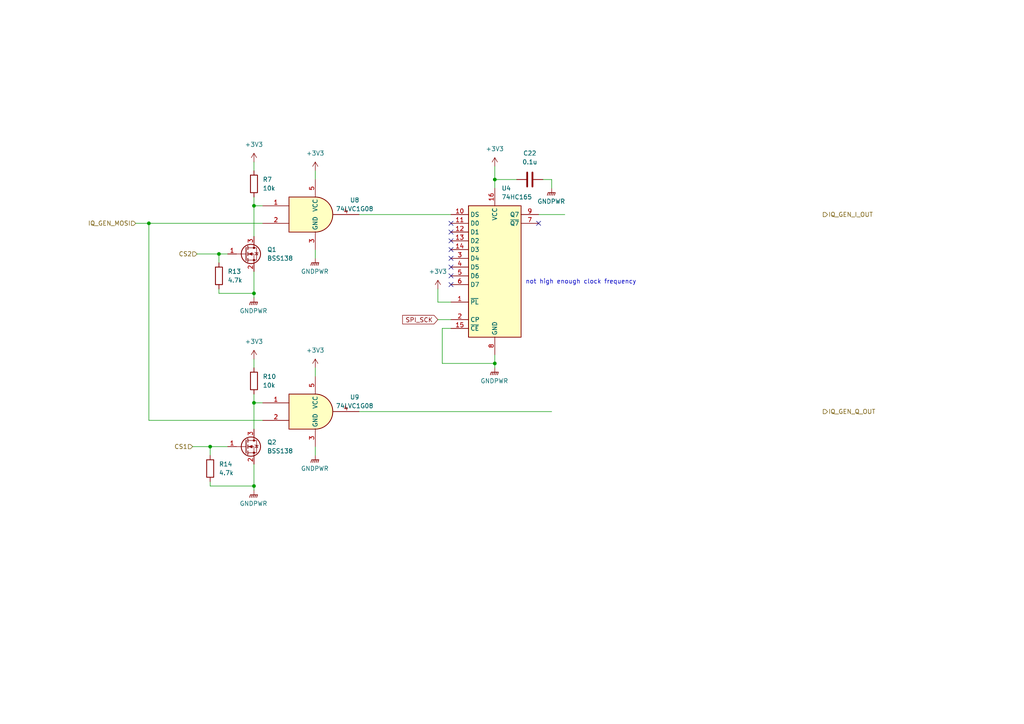
<source format=kicad_sch>
(kicad_sch (version 20230121) (generator eeschema)
  (paper "A4")
  (lib_symbols
    (symbol "74xGxx:74LVC1G08"
      (property "Reference" "U" (at -5.08 7.62 0))
      (property "Value" "74LVC1G08" (at 7.62 -7.62 0))
      (symbol "74LVC1G08_0_1"
        (arc (start 0 -5.08) (mid 5.0579 0) (end 0 5.08) (stroke (width 0.254)) (fill (type background)))
        (polyline (pts (xy 0 -5.08) (xy -7.62 -5.08) (xy -7.62 5.08) (xy 0 5.08)) (stroke (width 0.254)) (fill (type background)))
      )
      (symbol "74LVC1G08_1_1"
        (pin input line (at -15.24 2.54 0) (length 7.62) (name "~") (number "1"))
        (pin input line (at -15.24 -2.54 0) (length 7.62) (name "~") (number "2"))
        (pin power_in line (at 0 -10.16 90) (length 5.08) (name "GND") (number "3"))
        (pin output line (at 12.7 0 180) (length 7.62) (name "~") (number "4"))
        (pin power_in line (at 0 10.16 270) (length 5.08) (name "VCC") (number "5"))
      )
    )
    (symbol "74xx:74HC165"
      (property "Reference" "U" (at -7.62 19.05 0))
      (property "Value" "74HC165" (at -7.62 -21.59 0))
      (symbol "74HC165_1_0"
        (pin input line (at -12.7 -10.16 0) (length 5.08) (name "~{PL}") (number "1"))
        (pin input line (at -12.7 15.24 0) (length 5.08) (name "DS") (number "10"))
        (pin input line (at -12.7 12.7 0) (length 5.08) (name "D0") (number "11"))
        (pin input line (at -12.7 10.16 0) (length 5.08) (name "D1") (number "12"))
        (pin input line (at -12.7 7.62 0) (length 5.08) (name "D2") (number "13"))
        (pin input line (at -12.7 5.08 0) (length 5.08) (name "D3") (number "14"))
        (pin input line (at -12.7 -17.78 0) (length 5.08) (name "~{CE}") (number "15"))
        (pin power_in line (at 0 22.86 270) (length 5.08) (name "VCC") (number "16"))
        (pin input line (at -12.7 -15.24 0) (length 5.08) (name "CP") (number "2"))
        (pin input line (at -12.7 2.54 0) (length 5.08) (name "D4") (number "3"))
        (pin input line (at -12.7 0 0) (length 5.08) (name "D5") (number "4"))
        (pin input line (at -12.7 -2.54 0) (length 5.08) (name "D6") (number "5"))
        (pin input line (at -12.7 -5.08 0) (length 5.08) (name "D7") (number "6"))
        (pin output line (at 12.7 12.7 180) (length 5.08) (name "~{Q7}") (number "7"))
        (pin power_in line (at 0 -25.4 90) (length 5.08) (name "GND") (number "8"))
        (pin output line (at 12.7 15.24 180) (length 5.08) (name "Q7") (number "9"))
      )
      (symbol "74HC165_1_1"
        (rectangle (start -7.62 17.78) (end 7.62 -20.32) (stroke (width 0.254)) (fill (type background)))
      )
    )
    (symbol "Device:C" (pin_numbers hide) (pin_names (offset 0.254))
      (property "Reference" "C" (at 0.635 2.54 0))
      (property "Value" "C" (at 0.635 -2.54 0))
      (symbol "C_0_1"
        (polyline (pts (xy -2.032 -0.762) (xy 2.032 -0.762)) (stroke (width 0.508)))
        (polyline (pts (xy -2.032 0.762) (xy 2.032 0.762)) (stroke (width 0.508)))
      )
      (symbol "C_1_1"
        (pin passive line (at 0 3.81 270) (length 2.794) (name "~") (number "1"))
        (pin passive line (at 0 -3.81 90) (length 2.794) (name "~") (number "2"))
      )
    )
    (symbol "Device:R" (pin_numbers hide) (pin_names (offset 0))
      (property "Reference" "R" (at 2.032 0 90))
      (property "Value" "R" (at 0 0 90))
      (symbol "R_0_1"
        (rectangle (start -1.016 -2.54) (end 1.016 2.54) (stroke (width 0.254)))
      )
      (symbol "R_1_1"
        (pin passive line (at 0 3.81 270) (length 1.27) (name "~") (number "1"))
        (pin passive line (at 0 -3.81 90) (length 1.27) (name "~") (number "2"))
      )
    )
    (symbol "Transistor_FET:BSS138" (pin_names hide)
      (property "Reference" "Q" (at 5.08 1.905 0))
      (property "Value" "BSS138" (at 5.08 0 0))
      (symbol "BSS138_0_1"
        (polyline (pts (xy 0.254 0) (xy -2.54 0)))
        (polyline (pts (xy 0.254 1.905) (xy 0.254 -1.905)) (stroke (width 0.254)))
        (polyline (pts (xy 0.762 -1.27) (xy 0.762 -2.286)) (stroke (width 0.254)))
        (polyline (pts (xy 0.762 0.508) (xy 0.762 -0.508)) (stroke (width 0.254)))
        (polyline (pts (xy 0.762 2.286) (xy 0.762 1.27)) (stroke (width 0.254)))
        (polyline (pts (xy 2.54 2.54) (xy 2.54 1.778)))
        (polyline (pts (xy 2.54 -2.54) (xy 2.54 0) (xy 0.762 0)))
        (polyline (pts (xy 0.762 -1.778) (xy 3.302 -1.778) (xy 3.302 1.778) (xy 0.762 1.778)))
        (polyline (pts (xy 1.016 0) (xy 2.032 0.381) (xy 2.032 -0.381) (xy 1.016 0)) (fill (type outline)))
        (polyline (pts (xy 2.794 0.508) (xy 2.921 0.381) (xy 3.683 0.381) (xy 3.81 0.254)))
        (polyline (pts (xy 3.302 0.381) (xy 2.921 -0.254) (xy 3.683 -0.254) (xy 3.302 0.381)))
        (circle (center 1.651 0) (radius 2.794) (stroke (width 0.254)))
        (circle (center 2.54 -1.778) (radius 0.254) (fill (type outline)))
        (circle (center 2.54 1.778) (radius 0.254) (fill (type outline)))
      )
      (symbol "BSS138_1_1"
        (pin input line (at -5.08 0 0) (length 2.54) (name "G") (number "1"))
        (pin passive line (at 2.54 -5.08 90) (length 2.54) (name "S") (number "2"))
        (pin passive line (at 2.54 5.08 270) (length 2.54) (name "D") (number "3"))
      )
    )
    (symbol "power:+3V3" (power) (pin_names (offset 0))
      (property "Value" "+3V3" (at 0 3.556 0))
      (symbol "+3V3_0_1"
        (polyline (pts (xy -0.762 1.27) (xy 0 2.54)))
        (polyline (pts (xy 0 0) (xy 0 2.54)))
        (polyline (pts (xy 0 2.54) (xy 0.762 1.27)))
      )
      (symbol "+3V3_1_1"
        (pin power_in line (at 0 0 90) (length 0) hide (name "+3V3") (number "1"))
      )
    )
    (symbol "power:GNDPWR" (power) (pin_names (offset 0))
      (property "Value" "GNDPWR" (at 0 -3.302 0))
      (symbol "GNDPWR_0_1"
        (polyline (pts (xy 0 -1.27) (xy 0 0)))
        (polyline (pts (xy -1.016 -1.27) (xy -1.27 -2.032) (xy -1.27 -2.032)) (stroke (width 0.2032)))
        (polyline (pts (xy -0.508 -1.27) (xy -0.762 -2.032) (xy -0.762 -2.032)) (stroke (width 0.2032)))
        (polyline (pts (xy 0 -1.27) (xy -0.254 -2.032) (xy -0.254 -2.032)) (stroke (width 0.2032)))
        (polyline (pts (xy 0.508 -1.27) (xy 0.254 -2.032) (xy 0.254 -2.032)) (stroke (width 0.2032)))
        (polyline (pts (xy 1.016 -1.27) (xy -1.016 -1.27) (xy -1.016 -1.27)) (stroke (width 0.2032)))
        (polyline (pts (xy 1.016 -1.27) (xy 0.762 -2.032) (xy 0.762 -2.032) (xy 0.762 -2.032)) (stroke (width 0.2032)))
      )
      (symbol "GNDPWR_1_1"
        (pin power_in line (at 0 0 270) (length 0) hide (name "GNDPWR") (number "1"))
      )
    )
  )
  (junction (at 143.51 52.07))
  (junction (at 43.18 64.77))
  (junction (at 63.5 73.66))
  (junction (at 73.66 85.09))
  (junction (at 73.66 116.84))
  (junction (at 143.51 105.41))
  (junction (at 60.96 129.54))
  (junction (at 73.66 140.97))
  (junction (at 73.66 59.69))
  (no_connect (at 130.81 77.47))
  (no_connect (at 130.81 74.93))
  (no_connect (at 130.81 69.85))
  (no_connect (at 130.81 82.55))
  (no_connect (at 130.81 72.39))
  (no_connect (at 130.81 64.77))
  (no_connect (at 156.21 64.77))
  (no_connect (at 130.81 67.31))
  (no_connect (at 130.81 80.01))
  (wire (pts (xy 76.2 116.84) (xy 73.66 116.84)))
  (wire (pts (xy 160.02 52.07) (xy 157.48 52.07)))
  (wire (pts (xy 60.96 140.97) (xy 73.66 140.97)))
  (wire (pts (xy 91.44 106.68) (xy 91.44 109.22)))
  (wire (pts (xy 76.2 121.92) (xy 43.18 121.92)))
  (wire (pts (xy 128.27 105.41) (xy 143.51 105.41)))
  (wire (pts (xy 76.2 59.69) (xy 73.66 59.69)))
  (wire (pts (xy 39.37 64.77) (xy 43.18 64.77)))
  (wire (pts (xy 104.14 62.23) (xy 130.81 62.23)))
  (wire (pts (xy 73.66 104.14) (xy 73.66 106.68)))
  (wire (pts (xy 55.88 129.54) (xy 60.96 129.54)))
  (wire (pts (xy 73.66 85.09) (xy 73.66 86.36)))
  (wire (pts (xy 127 92.71) (xy 130.81 92.71)))
  (wire (pts (xy 127 87.63) (xy 130.81 87.63)))
  (wire (pts (xy 143.51 48.26) (xy 143.51 52.07)))
  (wire (pts (xy 73.66 46.99) (xy 73.66 49.53)))
  (wire (pts (xy 73.66 116.84) (xy 73.66 124.46)))
  (wire (pts (xy 60.96 129.54) (xy 60.96 132.08)))
  (wire (pts (xy 160.02 54.61) (xy 160.02 52.07)))
  (wire (pts (xy 63.5 83.82) (xy 63.5 85.09)))
  (wire (pts (xy 143.51 105.41) (xy 143.51 106.68)))
  (wire (pts (xy 57.15 73.66) (xy 63.5 73.66)))
  (wire (pts (xy 73.66 140.97) (xy 73.66 142.24)))
  (wire (pts (xy 143.51 52.07) (xy 143.51 54.61)))
  (wire (pts (xy 73.66 134.62) (xy 73.66 140.97)))
  (wire (pts (xy 143.51 102.87) (xy 143.51 105.41)))
  (wire (pts (xy 128.27 95.25) (xy 128.27 105.41)))
  (wire (pts (xy 127 83.82) (xy 127 87.63)))
  (wire (pts (xy 143.51 52.07) (xy 149.86 52.07)))
  (wire (pts (xy 63.5 85.09) (xy 73.66 85.09)))
  (wire (pts (xy 60.96 129.54) (xy 66.04 129.54)))
  (wire (pts (xy 43.18 64.77) (xy 76.2 64.77)))
  (wire (pts (xy 63.5 73.66) (xy 63.5 76.2)))
  (wire (pts (xy 91.44 49.53) (xy 91.44 52.07)))
  (wire (pts (xy 43.18 121.92) (xy 43.18 64.77)))
  (wire (pts (xy 73.66 59.69) (xy 73.66 57.15)))
  (wire (pts (xy 73.66 59.69) (xy 73.66 68.58)))
  (wire (pts (xy 73.66 78.74) (xy 73.66 85.09)))
  (wire (pts (xy 60.96 139.7) (xy 60.96 140.97)))
  (wire (pts (xy 156.21 62.23) (xy 163.83 62.23)))
  (wire (pts (xy 130.81 95.25) (xy 128.27 95.25)))
  (wire (pts (xy 91.44 72.39) (xy 91.44 74.93)))
  (wire (pts (xy 104.14 119.38) (xy 160.02 119.38)))
  (wire (pts (xy 73.66 116.84) (xy 73.66 114.3)))
  (wire (pts (xy 66.04 73.66) (xy 63.5 73.66)))
  (wire (pts (xy 91.44 129.54) (xy 91.44 132.08)))
  (text "not high enough clock frequency" (at 152.4 82.55 0) (effects (font (size 1.27 1.27)) (justify left bottom)))
  (global_label "SPI_SCK" (shape input) (at 127 92.71 180) (property "Intersheetrefs" "${INTERSHEET_REFS}" (effects hide)))
  (hierarchical_label "IQ_GEN_Q_OUT" (shape output) (at 238.76 119.38 0))
  (hierarchical_label "IQ_GEN_I_OUT" (shape output) (at 238.76 62.23 0))
  (hierarchical_label "CS1" (shape input) (at 55.88 129.54 180))
  (hierarchical_label "CS2" (shape input) (at 57.15 73.66 180))
  (hierarchical_label "IQ_GEN_MOSI" (shape input) (at 39.37 64.77 180))
  (symbol (lib_id "power:GNDPWR") (at 73.66 86.36 0) (unit 1)
    (property "Reference" "#PWR050" (effects hide))
    (property "Value" "GNDPWR" (at 73.533 90.17 0))
    (instances (project "900MHz_Radio_Hardware" (path "" (reference "#PWR050") (unit 1)) (path "" (reference "#PWR040") (unit 1))))
  )
  (symbol (lib_id "power:+3V3") (at 73.66 46.99 0) (unit 1)
    (property "Reference" "#PWR048" (effects hide))
    (property "Value" "+3V3" (at 73.66 41.91 0))
    (instances (project "900MHz_Radio_Hardware" (path "" (reference "#PWR048") (unit 1)) (path "" (reference "#PWR039") (unit 1))))
  )
  (symbol (lib_id "Transistor_FET:BSS138") (at 71.12 129.54 0) (unit 1)
    (property "Reference" "Q2" (at 77.47 128.27 0) (effects (justify left)))
    (property "Value" "BSS138" (at 77.47 130.81 0) (effects (justify left)))
    (property "Footprint" "Package_TO_SOT_SMD:SOT-23" (effects hide))
    (property "Datasheet" "https://www.onsemi.com/pub/Collateral/BSS138-D.PDF" (effects hide))
  )
  (symbol (lib_id "Device:R") (at 60.96 135.89 0) (unit 1)
    (property "Reference" "R14" (at 63.5 134.62 0) (effects (justify left)))
    (property "Value" "4.7k" (at 63.5 137.16 0) (effects (justify left)))
    (instances (project "900MHz_Radio_Hardware" (path "" (reference "R14") (unit 1)) (path "" (reference "R7") (unit 1))))
  )
  (symbol (lib_id "power:+3V3") (at 91.44 106.68 0) (unit 1)
    (property "Reference" "#PWR044" (effects hide))
    (property "Value" "+3V3" (at 91.44 101.6 0))
    (instances (project "900MHz_Radio_Hardware" (path "" (reference "#PWR044") (unit 1)) (path "" (reference "#PWR045") (unit 1))))
  )
  (symbol (lib_id "power:GNDPWR") (at 73.66 142.24 0) (unit 1)
    (property "Reference" "#PWR049" (effects hide))
    (property "Value" "GNDPWR" (at 73.533 146.05 0))
    (instances (project "900MHz_Radio_Hardware" (path "" (reference "#PWR049") (unit 1)) (path "" (reference "#PWR042") (unit 1))))
  )
  (symbol (lib_id "74xGxx:74LVC1G08") (at 91.44 62.23 0) (unit 1)
    (property "Reference" "U8" (at 102.87 58.0391 0))
    (property "Value" "74LVC1G08" (at 102.87 60.5791 0))
    (property "Footprint" "Package_TO_SOT_SMD:SOT-23-5_HandSoldering" (effects hide))
    (property "Datasheet" "https://www.ti.com/lit/ds/symlink/sn74lvc1g08.pdf" (effects hide))
    (instances (project "900MHz_Radio_Hardware" (path "" (reference "U8") (unit 1)) (path "" (reference "U4") (unit 1))))
  )
  (symbol (lib_id "power:GNDPWR") (at 91.44 74.93 0) (unit 1)
    (property "Reference" "#PWR045" (effects hide))
    (property "Value" "GNDPWR" (at 91.313 78.74 0))
    (instances (project "900MHz_Radio_Hardware" (path "" (reference "#PWR045") (unit 1)) (path "" (reference "#PWR044") (unit 1))))
  )
  (symbol (lib_id "Device:R") (at 73.66 53.34 0) (unit 1)
    (property "Reference" "R7" (at 76.2 52.07 0) (effects (justify left)))
    (property "Value" "10k" (at 76.2 54.61 0) (effects (justify left)))
    (instances (project "900MHz_Radio_Hardware" (path "" (reference "R7") (unit 1)) (path "" (reference "R13") (unit 1))))
  )
  (symbol (lib_id "power:+3V3") (at 143.51 48.26 0) (unit 1)
    (property "Reference" "#PWR039" (effects hide))
    (property "Value" "+3V3" (at 143.51 43.18 0))
    (instances (project "900MHz_Radio_Hardware" (path "" (reference "#PWR039") (unit 1)) (path "" (reference "#PWR048") (unit 1))))
  )
  (symbol (lib_id "74xx:74HC165") (at 143.51 77.47 0) (unit 1)
    (property "Reference" "U4" (at 145.4659 54.61 0) (effects (justify left)))
    (property "Value" "74HC165" (at 145.4659 57.15 0) (effects (justify left)))
    (property "Footprint" "Package_SO:SOIC-16_3.9x9.9mm_P1.27mm" (effects hide))
    (property "Datasheet" "https://www.ti.com/lit/ds/symlink/sn74hc165.pdf?HQS=dis-dk-null-digikeymode-dsf-pf-null-wwe&ts=1711444918861&ref_url=https%253A%252F%252Fwww.rcscomponents.kiev.ua%252F" (effects hide))
    (instances (project "900MHz_Radio_Hardware" (path "" (reference "U4") (unit 1)) (path "" (reference "U9") (unit 1))))
  )
  (symbol (lib_id "Device:R") (at 73.66 110.49 0) (unit 1)
    (property "Reference" "R10" (at 76.2 109.22 0) (effects (justify left)))
    (property "Value" "10k" (at 76.2 111.76 0) (effects (justify left)))
    (instances (project "900MHz_Radio_Hardware" (path "" (reference "R10") (unit 1)) (path "" (reference "R14") (unit 1))))
  )
  (symbol (lib_id "power:+3V3") (at 73.66 104.14 0) (unit 1)
    (property "Reference" "#PWR047" (effects hide))
    (property "Value" "+3V3" (at 73.66 99.06 0))
    (instances (project "900MHz_Radio_Hardware" (path "" (reference "#PWR047") (unit 1)) (path "" (reference "#PWR041") (unit 1))))
  )
  (symbol (lib_id "Device:C") (at 153.67 52.07 90) (unit 1)
    (property "Reference" "C22" (at 153.67 44.45 90))
    (property "Value" "0.1u" (at 153.67 46.99 90))
  )
  (symbol (lib_id "power:+3V3") (at 91.44 49.53 0) (unit 1)
    (property "Reference" "#PWR043" (effects hide))
    (property "Value" "+3V3" (at 91.44 44.45 0))
  )
  (symbol (lib_id "Transistor_FET:BSS138") (at 71.12 73.66 0) (unit 1)
    (property "Reference" "Q1" (at 77.47 72.39 0) (effects (justify left)))
    (property "Value" "BSS138" (at 77.47 74.93 0) (effects (justify left)))
    (property "Footprint" "Package_TO_SOT_SMD:SOT-23" (effects hide))
    (property "Datasheet" "https://www.onsemi.com/pub/Collateral/BSS138-D.PDF" (effects hide))
  )
  (symbol (lib_id "power:GNDPWR") (at 91.44 132.08 0) (unit 1)
    (property "Reference" "#PWR046" (effects hide))
    (property "Value" "GNDPWR" (at 91.313 135.89 0))
  )
  (symbol (lib_id "power:GNDPWR") (at 143.51 106.68 0) (unit 1)
    (property "Reference" "#PWR040" (effects hide))
    (property "Value" "GNDPWR" (at 143.383 110.49 0))
    (instances (project "900MHz_Radio_Hardware" (path "" (reference "#PWR040") (unit 1)) (path "" (reference "#PWR049") (unit 1))))
  )
  (symbol (lib_id "power:GNDPWR") (at 160.02 54.61 0) (unit 1)
    (property "Reference" "#PWR042" (effects hide))
    (property "Value" "GNDPWR" (at 159.893 58.42 0))
    (instances (project "900MHz_Radio_Hardware" (path "" (reference "#PWR042") (unit 1)) (path "" (reference "#PWR050") (unit 1))))
  )
  (symbol (lib_id "Device:R") (at 63.5 80.01 0) (unit 1)
    (property "Reference" "R13" (at 66.04 78.74 0) (effects (justify left)))
    (property "Value" "4.7k" (at 66.04 81.28 0) (effects (justify left)))
    (instances (project "900MHz_Radio_Hardware" (path "" (reference "R13") (unit 1)) (path "" (reference "R10") (unit 1))))
  )
  (symbol (lib_id "74xGxx:74LVC1G08") (at 91.44 119.38 0) (unit 1)
    (property "Reference" "U9" (at 102.87 115.1891 0))
    (property "Value" "74LVC1G08" (at 102.87 117.7291 0))
    (property "Footprint" "Package_TO_SOT_SMD:SOT-23-5_HandSoldering" (effects hide))
    (property "Datasheet" "https://www.ti.com/lit/ds/symlink/sn74lvc1g08.pdf" (effects hide))
    (instances (project "900MHz_Radio_Hardware" (path "" (reference "U9") (unit 1)) (path "" (reference "U8") (unit 1))))
  )
  (symbol (lib_id "power:+3V3") (at 127 83.82 0) (unit 1)
    (property "Reference" "#PWR041" (effects hide))
    (property "Value" "+3V3" (at 127 78.74 0))
    (instances (project "900MHz_Radio_Hardware" (path "" (reference "#PWR041") (unit 1)) (path "" (reference "#PWR047") (unit 1))))
  )
)
</source>
